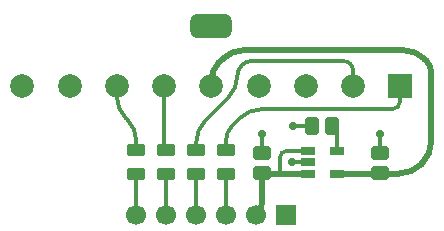
<source format=gbl>
G04 Layer_Physical_Order=2*
G04 Layer_Color=16711680*
%FSLAX43Y43*%
%MOMM*%
G71*
G01*
G75*
%ADD10C,1.700*%
%ADD11R,1.700X1.700*%
%ADD12C,2.000*%
G04:AMPARAMS|DCode=13|XSize=3.5mm|YSize=2mm|CornerRadius=0.5mm|HoleSize=0mm|Usage=FLASHONLY|Rotation=180.000|XOffset=0mm|YOffset=0mm|HoleType=Round|Shape=RoundedRectangle|*
%AMROUNDEDRECTD13*
21,1,3.500,1.000,0,0,180.0*
21,1,2.500,2.000,0,0,180.0*
1,1,1.000,-1.250,0.500*
1,1,1.000,1.250,0.500*
1,1,1.000,1.250,-0.500*
1,1,1.000,-1.250,-0.500*
%
%ADD13ROUNDEDRECTD13*%
%ADD14R,2.000X2.000*%
%ADD15C,0.700*%
%ADD16C,0.500*%
%ADD17C,0.300*%
G04:AMPARAMS|DCode=18|XSize=1.21mm|YSize=1.46mm|CornerRadius=0.151mm|HoleSize=0mm|Usage=FLASHONLY|Rotation=270.000|XOffset=0mm|YOffset=0mm|HoleType=Round|Shape=RoundedRectangle|*
%AMROUNDEDRECTD18*
21,1,1.210,1.157,0,0,270.0*
21,1,0.907,1.460,0,0,270.0*
1,1,0.302,-0.579,-0.454*
1,1,0.302,-0.579,0.454*
1,1,0.302,0.579,0.454*
1,1,0.302,0.579,-0.454*
%
%ADD18ROUNDEDRECTD18*%
G04:AMPARAMS|DCode=19|XSize=0.61mm|YSize=1.26mm|CornerRadius=0.076mm|HoleSize=0mm|Usage=FLASHONLY|Rotation=270.000|XOffset=0mm|YOffset=0mm|HoleType=Round|Shape=RoundedRectangle|*
%AMROUNDEDRECTD19*
21,1,0.610,1.107,0,0,270.0*
21,1,0.458,1.260,0,0,270.0*
1,1,0.152,-0.554,-0.229*
1,1,0.152,-0.554,0.229*
1,1,0.152,0.554,0.229*
1,1,0.152,0.554,-0.229*
%
%ADD19ROUNDEDRECTD19*%
G04:AMPARAMS|DCode=20|XSize=1.21mm|YSize=1.46mm|CornerRadius=0.151mm|HoleSize=0mm|Usage=FLASHONLY|Rotation=0.000|XOffset=0mm|YOffset=0mm|HoleType=Round|Shape=RoundedRectangle|*
%AMROUNDEDRECTD20*
21,1,1.210,1.157,0,0,0.0*
21,1,0.907,1.460,0,0,0.0*
1,1,0.302,0.454,-0.579*
1,1,0.302,-0.454,-0.579*
1,1,0.302,-0.454,0.579*
1,1,0.302,0.454,0.579*
%
%ADD20ROUNDEDRECTD20*%
G04:AMPARAMS|DCode=21|XSize=1.53mm|YSize=1.02mm|CornerRadius=0.128mm|HoleSize=0mm|Usage=FLASHONLY|Rotation=180.000|XOffset=0mm|YOffset=0mm|HoleType=Round|Shape=RoundedRectangle|*
%AMROUNDEDRECTD21*
21,1,1.530,0.765,0,0,180.0*
21,1,1.275,1.020,0,0,180.0*
1,1,0.255,-0.637,0.383*
1,1,0.255,0.637,0.383*
1,1,0.255,0.637,-0.383*
1,1,0.255,-0.637,-0.383*
%
%ADD21ROUNDEDRECTD21*%
D10*
X13645Y2000D02*
D03*
X21265Y2000D02*
D03*
X23805Y2000D02*
D03*
X18725Y2000D02*
D03*
X16185D02*
D03*
D11*
X26345Y2000D02*
D03*
D12*
X16000Y13000D02*
D03*
X28000D02*
D03*
X32000D02*
D03*
X24000D02*
D03*
X20000D02*
D03*
X12000D02*
D03*
X8000D02*
D03*
X4000D02*
D03*
D13*
X20000Y18000D02*
D03*
D14*
X36000Y13000D02*
D03*
D15*
X26800Y6500D02*
D03*
X34300Y8926D02*
D03*
X26904Y9563D02*
D03*
X24300Y8926D02*
D03*
D16*
X20600Y14900D02*
G03*
X20000Y13451I1449J-1449D01*
G01*
X22752Y16000D02*
G03*
X20956Y15256I0J-2540D01*
G01*
X38044D02*
G03*
X36248Y16000I-1796J-1796D01*
G01*
X38600Y14160D02*
G03*
X38218Y15082I-1304J0D01*
G01*
X35913Y5550D02*
G03*
X37709Y6294I0J2540D01*
G01*
X37865Y6450D02*
G03*
X38600Y8225I-1775J1775D01*
G01*
X23805Y2000D02*
G03*
X24300Y3195I-1195J1195D01*
G01*
Y5585D02*
G03*
X24335Y5550I35J0D01*
G01*
X20000Y13000D02*
Y13451D01*
X20600Y14900D02*
X20956Y15256D01*
X22752Y16000D02*
X36248D01*
X38600Y8225D02*
Y14160D01*
X38044Y15256D02*
X38218Y15082D01*
X30625Y5550D02*
X35913D01*
X37709Y6294D02*
X37865Y6450D01*
X25900Y5550D02*
X28175D01*
X24300Y3195D02*
Y5585D01*
X24335Y5550D02*
X25900D01*
D17*
X13645Y8303D02*
G03*
X12901Y10099I-2540J0D01*
G01*
X12000Y12052D02*
G03*
X12744Y10256I2540J0D01*
G01*
X16000Y7742D02*
G03*
X16185Y7557I185J0D01*
G01*
X19469Y10019D02*
G03*
X18725Y8223I1796J-1796D01*
G01*
X35300Y11000D02*
G03*
X36000Y11700I0J700D01*
G01*
X24233Y11000D02*
G03*
X22437Y10256I0J-2540D01*
G01*
X21703Y9522D02*
G03*
X21265Y8464I1058J-1058D01*
G01*
X32000Y14250D02*
G03*
X31150Y15100I-850J0D01*
G01*
X23500D02*
G03*
X22200Y13800I0J-1300D01*
G01*
X21458Y12008D02*
G03*
X22200Y13800I-1792J1792D01*
G01*
X25800Y5650D02*
G03*
X25900Y5550I100J0D01*
G01*
X26340Y7450D02*
G03*
X25800Y6910I0J-540D01*
G01*
X30625Y9183D02*
G03*
X30245Y9563I-380J0D01*
G01*
X12744Y10256D02*
X12901Y10099D01*
X12000Y12052D02*
Y13000D01*
X13645Y7557D02*
Y8303D01*
X16000Y7742D02*
Y13000D01*
X18725Y7557D02*
Y8223D01*
X24233Y11000D02*
X35300D01*
X21265Y7557D02*
Y8464D01*
X21703Y9522D02*
X22437Y10256D01*
X36000Y11700D02*
Y13000D01*
X32000Y13000D02*
Y14250D01*
X23500Y15100D02*
X31150D01*
X19469Y10019D02*
X21458Y12008D01*
X21265Y2000D02*
Y5543D01*
X18725Y2000D02*
Y5543D01*
X16185Y2000D02*
Y5543D01*
X13645Y2000D02*
Y5543D01*
X25800Y5650D02*
Y6910D01*
X26340Y7450D02*
X28175D01*
X26800Y6500D02*
X28175D01*
X34300Y7275D02*
Y8926D01*
X26904Y9563D02*
X28555D01*
X24300Y7275D02*
Y8926D01*
X30625Y7450D02*
Y9183D01*
D18*
X34300Y7275D02*
D03*
X34300Y5585D02*
D03*
X24300Y7275D02*
D03*
X24300Y5585D02*
D03*
D19*
X28175Y5550D02*
D03*
X28175Y6500D02*
D03*
X28175Y7450D02*
D03*
X30625Y7450D02*
D03*
X30625Y5550D02*
D03*
D20*
X28555Y9563D02*
D03*
X30245Y9563D02*
D03*
D21*
X21265Y5543D02*
D03*
X21265Y7557D02*
D03*
X18725Y5543D02*
D03*
X18725Y7557D02*
D03*
X16185Y5543D02*
D03*
X16185Y7557D02*
D03*
X13645Y5543D02*
D03*
X13645Y7557D02*
D03*
M02*

</source>
